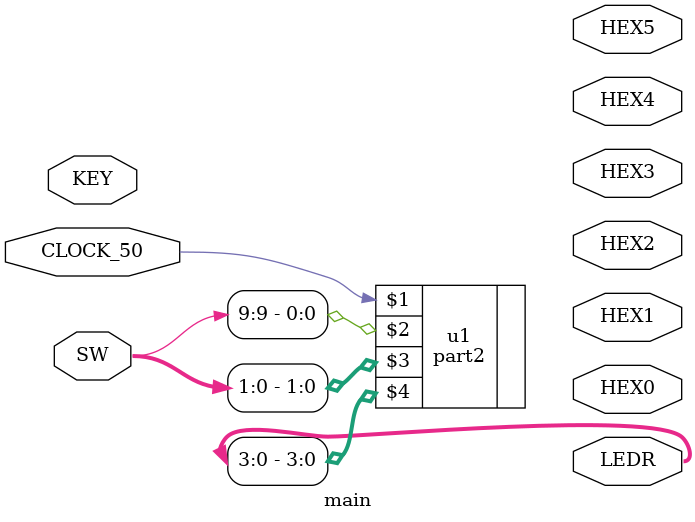
<source format=v>
module main (
 input wire CLOCK_50,            //On Board 50 MHz
 input wire [9:0] SW,            // On board Switches
 input wire [3:0] KEY,           // On board push buttons
 output wire [6:0] HEX0,         // HEX displays
 output wire [6:0] HEX1,         
 output wire [6:0] HEX2,         
 output wire [6:0] HEX3,         
 output wire [6:0] HEX4,         
 output wire [6:0] HEX5,         
 output wire [9:0] LEDR         // LEDs
);    

 //Write code in here!
 part2 u1(CLOCK_50, SW[9], SW[1:0], LEDR[3:0]);
 
endmodule
</source>
